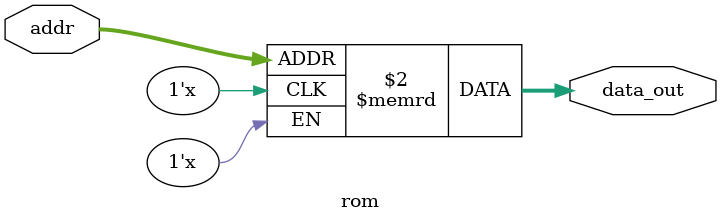
<source format=v>
module rom #(
    parameter BW = 32,
    parameter DW = 8,
    parameter INIT_FILE = ""
)(
    input   wire    [DW - 1:0]  addr,      
    output  reg     [BW - 1:0]  data_out  
);

    reg [BW - 1:0] memory [0:2**DW - 1];   

    initial begin
        if (INIT_FILE != "")
        begin
            $readmemh(INIT_FILE, memory); 
        end
    end

    always @(*) 
    begin
        data_out <= memory[addr];
    end

endmodule
</source>
